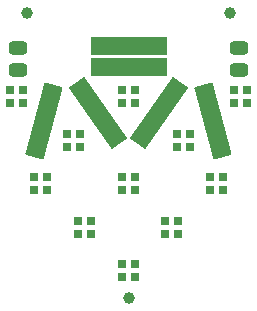
<source format=gbr>
G04 #@! TF.GenerationSoftware,KiCad,Pcbnew,(5.99.0-10027-g0561ce903e)*
G04 #@! TF.CreationDate,2021-08-15T01:29:50-07:00*
G04 #@! TF.ProjectId,scale_cca,7363616c-655f-4636-9361-2e6b69636164,v1r0*
G04 #@! TF.SameCoordinates,Original*
G04 #@! TF.FileFunction,Soldermask,Top*
G04 #@! TF.FilePolarity,Negative*
%FSLAX46Y46*%
G04 Gerber Fmt 4.6, Leading zero omitted, Abs format (unit mm)*
G04 Created by KiCad (PCBNEW (5.99.0-10027-g0561ce903e)) date 2021-08-15 01:29:50*
%MOMM*%
%LPD*%
G01*
G04 APERTURE LIST*
G04 Aperture macros list*
%AMRoundRect*
0 Rectangle with rounded corners*
0 $1 Rounding radius*
0 $2 $3 $4 $5 $6 $7 $8 $9 X,Y pos of 4 corners*
0 Add a 4 corners polygon primitive as box body*
4,1,4,$2,$3,$4,$5,$6,$7,$8,$9,$2,$3,0*
0 Add four circle primitives for the rounded corners*
1,1,$1+$1,$2,$3*
1,1,$1+$1,$4,$5*
1,1,$1+$1,$6,$7*
1,1,$1+$1,$8,$9*
0 Add four rect primitives between the rounded corners*
20,1,$1+$1,$2,$3,$4,$5,0*
20,1,$1+$1,$4,$5,$6,$7,0*
20,1,$1+$1,$6,$7,$8,$9,0*
20,1,$1+$1,$8,$9,$2,$3,0*%
G04 Aperture macros list end*
%ADD10RoundRect,0.050800X-2.406790X2.129668X1.178062X-2.990032X2.406790X-2.129668X-1.178062X2.990032X0*%
%ADD11RoundRect,0.050800X-0.300000X-0.300000X0.300000X-0.300000X0.300000X0.300000X-0.300000X0.300000X0*%
%ADD12RoundRect,0.050800X-3.125000X-0.750000X3.125000X-0.750000X3.125000X0.750000X-3.125000X0.750000X0*%
%ADD13RoundRect,0.050800X-0.084365X-3.212632X1.533254X2.824404X0.084365X3.212632X-1.533254X-2.824404X0*%
%ADD14C,1.000000*%
%ADD15RoundRect,0.275400X-0.500400X0.275400X-0.500400X-0.275400X0.500400X-0.275400X0.500400X0.275400X0*%
%ADD16RoundRect,0.050800X-1.533254X2.824404X0.084365X-3.212632X1.533254X-2.824404X-0.084365X3.212632X0*%
%ADD17RoundRect,0.050800X-1.178062X-2.990032X2.406790X2.129668X1.178062X2.990032X-2.406790X-2.129668X0*%
G04 APERTURE END LIST*
D10*
X33909000Y-44551600D03*
D11*
X33316000Y-54779000D03*
X33316000Y-53679000D03*
X32216000Y-53679000D03*
X32216000Y-54779000D03*
D12*
X36512500Y-38862000D03*
D13*
X29337000Y-45212000D03*
D14*
X27940000Y-36068000D03*
D11*
X32427000Y-47413000D03*
X32427000Y-46313000D03*
X31327000Y-46313000D03*
X31327000Y-47413000D03*
D15*
X45847000Y-39055000D03*
X45847000Y-40955000D03*
D11*
X40682000Y-54779000D03*
X40682000Y-53679000D03*
X39582000Y-53679000D03*
X39582000Y-54779000D03*
X27601000Y-43730000D03*
X27601000Y-42630000D03*
X26501000Y-42630000D03*
X26501000Y-43730000D03*
X37062500Y-51096000D03*
X37062500Y-49996000D03*
X35962500Y-49996000D03*
X35962500Y-51096000D03*
D12*
X36512500Y-40640000D03*
D11*
X44492000Y-51096000D03*
X44492000Y-49996000D03*
X43392000Y-49996000D03*
X43392000Y-51096000D03*
D15*
X27178000Y-39055000D03*
X27178000Y-40955000D03*
D11*
X29633000Y-51096000D03*
X29633000Y-49996000D03*
X28533000Y-49996000D03*
X28533000Y-51096000D03*
X41698000Y-47413000D03*
X41698000Y-46313000D03*
X40598000Y-46313000D03*
X40598000Y-47413000D03*
D14*
X36512500Y-60198000D03*
D11*
X37062500Y-43730000D03*
X37062500Y-42630000D03*
X35962500Y-42630000D03*
X35962500Y-43730000D03*
D16*
X43688000Y-45212000D03*
D14*
X45085000Y-36068000D03*
D11*
X37062500Y-58462000D03*
X37062500Y-57362000D03*
X35962500Y-57362000D03*
X35962500Y-58462000D03*
X46524000Y-43730000D03*
X46524000Y-42630000D03*
X45424000Y-42630000D03*
X45424000Y-43730000D03*
D17*
X39116000Y-44551600D03*
M02*

</source>
